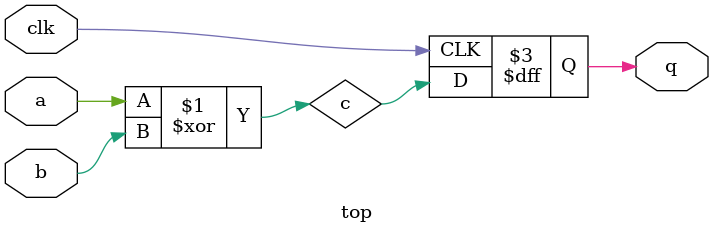
<source format=sv>
`timescale 1ns / 1ps


module top(
	input logic clk,
	input logic a,
	input logic b,
	output logic q
);

logic c;

assign c = a ^ b;

always_ff @(posedge clk) begin
	q <= c;
end
endmodule

</source>
